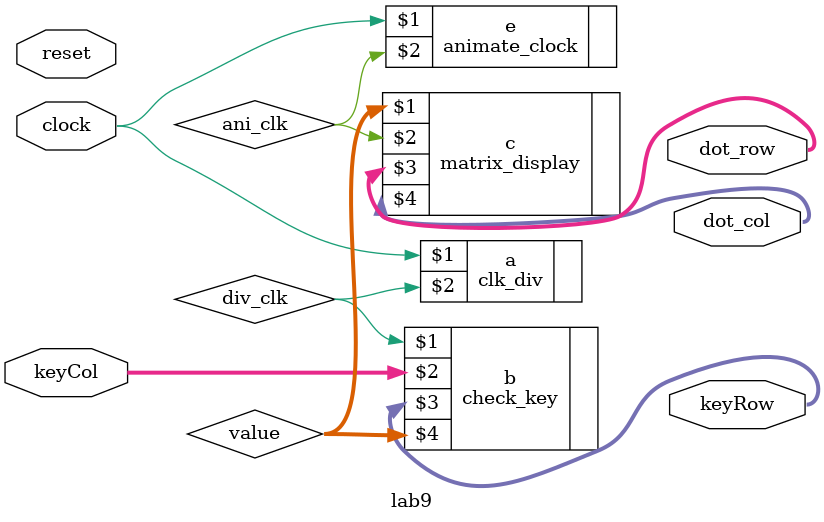
<source format=v>
module lab9(clock, reset, keyCol, keyRow, dot_row, dot_col);
    input clock, reset;
    input [3:0] keyCol;
    output [3:0] keyRow;
    output [7:0] dot_row, dot_col;

    wire div_clk, ani_clk;
    wire [3:0] value;

    clk_div a(clock, div_clk);
    animate_clock e(clock, ani_clk);
    
    check_key b(div_clk, keyCol, keyRow, value);

    matrix_display c(value, ani_clk, dot_row, dot_col);
endmodule
</source>
